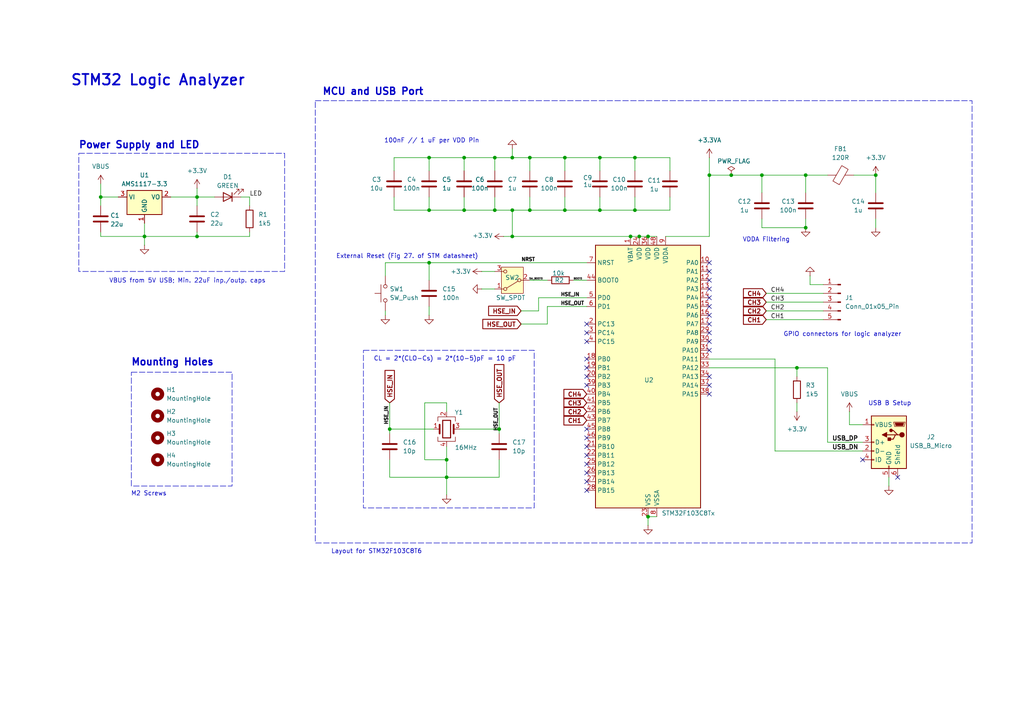
<source format=kicad_sch>
(kicad_sch (version 20231120) (generator "eeschema") (generator_version "8.0")
  (paper "A4")
  (title_block (title "Simple Logic Analyzer ") (date "2025-06-20") (rev "0.1") (company "Giacomo Rinaldi ") (comment 1 "More info can be found in the STM_Logic_Analyzer Github repo") (comment 2 "Designed to be interfaced with a Python GUI") (comment 3 "STM32-based logic analyzer for I2C, SPI, or UART"))
  (lib_symbols
    (symbol "Connector:Conn_01x05_Pin" (pin_names (offset 1.016) hide)
      (property "Reference" "J" (at 0 7.62 0))
      (property "Value" "Conn_01x05_Pin" (at 0 -7.62 0))
      (symbol "Conn_01x05_Pin_1_1"
        (polyline (pts (xy 1.27 -5.08) (xy 0.8636 -5.08)) (stroke (width 0.1524)))
        (polyline (pts (xy 1.27 -2.54) (xy 0.8636 -2.54)) (stroke (width 0.1524)))
        (polyline (pts (xy 1.27 0) (xy 0.8636 0)) (stroke (width 0.1524)))
        (polyline (pts (xy 1.27 2.54) (xy 0.8636 2.54)) (stroke (width 0.1524)))
        (polyline (pts (xy 1.27 5.08) (xy 0.8636 5.08)) (stroke (width 0.1524)))
        (rectangle (start 0.8636 -4.953) (end 0 -5.207) (stroke (width 0.1524)) (fill (type outline)))
        (rectangle (start 0.8636 -2.413) (end 0 -2.667) (stroke (width 0.1524)) (fill (type outline)))
        (rectangle (start 0.8636 0.127) (end 0 -0.127) (stroke (width 0.1524)) (fill (type outline)))
        (rectangle (start 0.8636 2.667) (end 0 2.413) (stroke (width 0.1524)) (fill (type outline)))
        (rectangle (start 0.8636 5.207) (end 0 4.953) (stroke (width 0.1524)) (fill (type outline)))
        (pin passive line (at 5.08 5.08 180) (length 3.81) (name "Pin_1") (number "1"))
        (pin passive line (at 5.08 2.54 180) (length 3.81) (name "Pin_2") (number "2"))
        (pin passive line (at 5.08 0 180) (length 3.81) (name "Pin_3") (number "3"))
        (pin passive line (at 5.08 -2.54 180) (length 3.81) (name "Pin_4") (number "4"))
        (pin passive line (at 5.08 -5.08 180) (length 3.81) (name "Pin_5") (number "5"))
      )
    )
    (symbol "Connector:USB_B_Micro" (pin_names (offset 1.016))
      (property "Reference" "J" (at -5.08 11.43 0))
      (property "Value" "USB_B_Micro" (at -5.08 8.89 0))
      (symbol "USB_B_Micro_0_1"
        (rectangle (start -5.08 -7.62) (end 5.08 7.62) (stroke (width 0.254)) (fill (type background)))
        (circle (center -3.81 2.159) (radius 0.635) (stroke (width 0.254)) (fill (type outline)))
        (circle (center -0.635 3.429) (radius 0.381) (stroke (width 0.254)) (fill (type outline)))
        (rectangle (start -0.127 -7.62) (end 0.127 -6.858))
        (polyline (pts (xy -1.905 2.159) (xy 0.635 2.159)) (stroke (width 0.254)))
        (polyline (pts (xy -3.175 2.159) (xy -2.54 2.159) (xy -1.27 3.429) (xy -0.635 3.429)) (stroke (width 0.254)))
        (polyline (pts (xy -2.54 2.159) (xy -1.905 2.159) (xy -1.27 0.889) (xy 0 0.889)) (stroke (width 0.254)))
        (polyline (pts (xy 0.635 2.794) (xy 0.635 1.524) (xy 1.905 2.159) (xy 0.635 2.794)) (stroke (width 0.254)) (fill (type outline)))
        (polyline (pts (xy -4.318 5.588) (xy -1.778 5.588) (xy -2.032 4.826) (xy -4.064 4.826) (xy -4.318 5.588)) (fill (type outline)))
        (polyline (pts (xy -4.699 5.842) (xy -4.699 5.588) (xy -4.445 4.826) (xy -4.445 4.572) (xy -1.651 4.572) (xy -1.651 4.826) (xy -1.397 5.588) (xy -1.397 5.842) (xy -4.699 5.842)))
        (rectangle (start 0.254 1.27) (end -0.508 0.508) (stroke (width 0.254)) (fill (type outline)))
        (rectangle (start 5.08 -5.207) (end 4.318 -4.953))
        (rectangle (start 5.08 -2.667) (end 4.318 -2.413))
        (rectangle (start 5.08 -0.127) (end 4.318 0.127))
        (rectangle (start 5.08 4.953) (end 4.318 5.207))
      )
      (symbol "USB_B_Micro_1_1"
        (pin power_out line (at 7.62 5.08 180) (length 2.54) (name "VBUS") (number "1"))
        (pin bidirectional line (at 7.62 -2.54 180) (length 2.54) (name "D-") (number "2"))
        (pin bidirectional line (at 7.62 0 180) (length 2.54) (name "D+") (number "3"))
        (pin passive line (at 7.62 -5.08 180) (length 2.54) (name "ID") (number "4"))
        (pin power_out line (at 0 -10.16 90) (length 2.54) (name "GND") (number "5"))
        (pin passive line (at -2.54 -10.16 90) (length 2.54) (name "Shield") (number "6"))
      )
    )
    (symbol "Device:C" (pin_numbers hide) (pin_names (offset 0.254))
      (property "Reference" "C" (at 0.635 2.54 0))
      (property "Value" "C" (at 0.635 -2.54 0))
      (symbol "C_0_1"
        (polyline (pts (xy -2.032 -0.762) (xy 2.032 -0.762)) (stroke (width 0.508)))
        (polyline (pts (xy -2.032 0.762) (xy 2.032 0.762)) (stroke (width 0.508)))
      )
      (symbol "C_1_1"
        (pin passive line (at 0 3.81 270) (length 2.794) (name "~") (number "1"))
        (pin passive line (at 0 -3.81 90) (length 2.794) (name "~") (number "2"))
      )
    )
    (symbol "Device:Crystal_GND24" (pin_names (offset 1.016) hide)
      (property "Reference" "Y" (at 3.175 5.08 0))
      (property "Value" "Crystal_GND24" (at 3.175 3.175 0))
      (symbol "Crystal_GND24_0_1"
        (rectangle (start -1.143 2.54) (end 1.143 -2.54) (stroke (width 0.3048)))
        (polyline (pts (xy -2.54 0) (xy -2.032 0)))
        (polyline (pts (xy -2.032 -1.27) (xy -2.032 1.27)) (stroke (width 0.508)))
        (polyline (pts (xy 0 -3.81) (xy 0 -3.556)))
        (polyline (pts (xy 0 3.556) (xy 0 3.81)))
        (polyline (pts (xy 2.032 -1.27) (xy 2.032 1.27)) (stroke (width 0.508)))
        (polyline (pts (xy 2.032 0) (xy 2.54 0)))
        (polyline (pts (xy -2.54 -2.286) (xy -2.54 -3.556) (xy 2.54 -3.556) (xy 2.54 -2.286)))
        (polyline (pts (xy -2.54 2.286) (xy -2.54 3.556) (xy 2.54 3.556) (xy 2.54 2.286)))
      )
      (symbol "Crystal_GND24_1_1"
        (pin passive line (at -3.81 0 0) (length 1.27) (name "1") (number "1"))
        (pin passive line (at 0 5.08 270) (length 1.27) (name "2") (number "2"))
        (pin passive line (at 3.81 0 180) (length 1.27) (name "3") (number "3"))
        (pin passive line (at 0 -5.08 90) (length 1.27) (name "4") (number "4"))
      )
    )
    (symbol "Device:FerriteBead" (pin_numbers hide) (pin_names (offset 0))
      (property "Reference" "FB" (at -3.81 0.635 90))
      (property "Value" "FerriteBead" (at 3.81 0 90))
      (symbol "FerriteBead_0_1"
        (polyline (pts (xy 0 -1.27) (xy 0 -1.2192)))
        (polyline (pts (xy 0 1.27) (xy 0 1.2954)))
        (polyline (pts (xy -2.7686 0.4064) (xy -1.7018 2.2606) (xy 2.7686 -0.3048) (xy 1.6764 -2.159) (xy -2.7686 0.4064)))
      )
      (symbol "FerriteBead_1_1"
        (pin passive line (at 0 3.81 270) (length 2.54) (name "~") (number "1"))
        (pin passive line (at 0 -3.81 90) (length 2.54) (name "~") (number "2"))
      )
    )
    (symbol "Device:LED" (pin_numbers hide) (pin_names (offset 1.016) hide)
      (property "Reference" "D" (at 0 2.54 0))
      (property "Value" "LED" (at 0 -2.54 0))
      (symbol "LED_0_1"
        (polyline (pts (xy -1.27 -1.27) (xy -1.27 1.27)) (stroke (width 0.254)))
        (polyline (pts (xy -1.27 0) (xy 1.27 0)))
        (polyline (pts (xy 1.27 -1.27) (xy 1.27 1.27) (xy -1.27 0) (xy 1.27 -1.27)) (stroke (width 0.254)))
        (polyline (pts (xy -3.048 -0.762) (xy -4.572 -2.286) (xy -3.81 -2.286) (xy -4.572 -2.286) (xy -4.572 -1.524)))
        (polyline (pts (xy -1.778 -0.762) (xy -3.302 -2.286) (xy -2.54 -2.286) (xy -3.302 -2.286) (xy -3.302 -1.524)))
      )
      (symbol "LED_1_1"
        (pin passive line (at -3.81 0 0) (length 2.54) (name "K") (number "1"))
        (pin passive line (at 3.81 0 180) (length 2.54) (name "A") (number "2"))
      )
    )
    (symbol "Device:R" (pin_numbers hide) (pin_names (offset 0))
      (property "Reference" "R" (at 2.032 0 90))
      (property "Value" "R" (at 0 0 90))
      (symbol "R_0_1"
        (rectangle (start -1.016 -2.54) (end 1.016 2.54) (stroke (width 0.254)))
      )
      (symbol "R_1_1"
        (pin passive line (at 0 3.81 270) (length 1.27) (name "~") (number "1"))
        (pin passive line (at 0 -3.81 90) (length 1.27) (name "~") (number "2"))
      )
    )
    (symbol "MCU_ST_STM32F1:STM32F103C8Tx"
      (property "Reference" "U" (at -15.24 39.37 0))
      (property "Value" "STM32F103C8Tx" (at 7.62 39.37 0))
      (symbol "STM32F103C8Tx_0_1"
        (rectangle (start -15.24 -38.1) (end 15.24 38.1) (stroke (width 0.254)) (fill (type background)))
      )
      (symbol "STM32F103C8Tx_1_1"
        (pin power_in line (at -5.08 40.64 270) (length 2.54) (name "VBAT") (number "1"))
        (pin bidirectional line (at 17.78 33.02 180) (length 2.54) (name "PA0") (number "10"))
        (pin bidirectional line (at 17.78 30.48 180) (length 2.54) (name "PA1") (number "11"))
        (pin bidirectional line (at 17.78 27.94 180) (length 2.54) (name "PA2") (number "12"))
        (pin bidirectional line (at 17.78 25.4 180) (length 2.54) (name "PA3") (number "13"))
        (pin bidirectional line (at 17.78 22.86 180) (length 2.54) (name "PA4") (number "14"))
        (pin bidirectional line (at 17.78 20.32 180) (length 2.54) (name "PA5") (number "15"))
        (pin bidirectional line (at 17.78 17.78 180) (length 2.54) (name "PA6") (number "16"))
        (pin bidirectional line (at 17.78 15.24 180) (length 2.54) (name "PA7") (number "17"))
        (pin bidirectional line (at -17.78 5.08 0) (length 2.54) (name "PB0") (number "18"))
        (pin bidirectional line (at -17.78 2.54 0) (length 2.54) (name "PB1") (number "19"))
        (pin bidirectional line (at -17.78 15.24 0) (length 2.54) (name "PC13") (number "2"))
        (pin bidirectional line (at -17.78 0 0) (length 2.54) (name "PB2") (number "20"))
        (pin bidirectional line (at -17.78 -20.32 0) (length 2.54) (name "PB10") (number "21"))
        (pin bidirectional line (at -17.78 -22.86 0) (length 2.54) (name "PB11") (number "22"))
        (pin power_in line (at 0 -40.64 90) (length 2.54) (name "VSS") (number "23"))
        (pin power_in line (at -2.54 40.64 270) (length 2.54) (name "VDD") (number "24"))
        (pin bidirectional line (at -17.78 -25.4 0) (length 2.54) (name "PB12") (number "25"))
        (pin bidirectional line (at -17.78 -27.94 0) (length 2.54) (name "PB13") (number "26"))
        (pin bidirectional line (at -17.78 -30.48 0) (length 2.54) (name "PB14") (number "27"))
        (pin bidirectional line (at -17.78 -33.02 0) (length 2.54) (name "PB15") (number "28"))
        (pin bidirectional line (at 17.78 12.7 180) (length 2.54) (name "PA8") (number "29"))
        (pin bidirectional line (at -17.78 12.7 0) (length 2.54) (name "PC14") (number "3"))
        (pin bidirectional line (at 17.78 10.16 180) (length 2.54) (name "PA9") (number "30"))
        (pin bidirectional line (at 17.78 7.62 180) (length 2.54) (name "PA10") (number "31"))
        (pin bidirectional line (at 17.78 5.08 180) (length 2.54) (name "PA11") (number "32"))
        (pin bidirectional line (at 17.78 2.54 180) (length 2.54) (name "PA12") (number "33"))
        (pin bidirectional line (at 17.78 0 180) (length 2.54) (name "PA13") (number "34"))
        (pin passive line (at 0 -40.64 90) (length 2.54) hide (name "VSS") (number "35"))
        (pin power_in line (at 0 40.64 270) (length 2.54) (name "VDD") (number "36"))
        (pin bidirectional line (at 17.78 -2.54 180) (length 2.54) (name "PA14") (number "37"))
        (pin bidirectional line (at 17.78 -5.08 180) (length 2.54) (name "PA15") (number "38"))
        (pin bidirectional line (at -17.78 -2.54 0) (length 2.54) (name "PB3") (number "39"))
        (pin bidirectional line (at -17.78 10.16 0) (length 2.54) (name "PC15") (number "4"))
        (pin bidirectional line (at -17.78 -5.08 0) (length 2.54) (name "PB4") (number "40"))
        (pin bidirectional line (at -17.78 -7.62 0) (length 2.54) (name "PB5") (number "41"))
        (pin bidirectional line (at -17.78 -10.16 0) (length 2.54) (name "PB6") (number "42"))
        (pin bidirectional line (at -17.78 -12.7 0) (length 2.54) (name "PB7") (number "43"))
        (pin input line (at -17.78 27.94 0) (length 2.54) (name "BOOT0") (number "44"))
        (pin bidirectional line (at -17.78 -15.24 0) (length 2.54) (name "PB8") (number "45"))
        (pin bidirectional line (at -17.78 -17.78 0) (length 2.54) (name "PB9") (number "46"))
        (pin passive line (at 0 -40.64 90) (length 2.54) hide (name "VSS") (number "47"))
        (pin power_in line (at 2.54 40.64 270) (length 2.54) (name "VDD") (number "48"))
        (pin bidirectional line (at -17.78 22.86 0) (length 2.54) (name "PD0") (number "5"))
        (pin bidirectional line (at -17.78 20.32 0) (length 2.54) (name "PD1") (number "6"))
        (pin input line (at -17.78 33.02 0) (length 2.54) (name "NRST") (number "7"))
        (pin power_in line (at 2.54 -40.64 90) (length 2.54) (name "VSSA") (number "8"))
        (pin power_in line (at 5.08 40.64 270) (length 2.54) (name "VDDA") (number "9"))
      )
    )
    (symbol "Mechanical:MountingHole" (pin_names (offset 1.016)) (exclude_from_sim yes) (in_bom no)
      (property "Reference" "H" (at 0 5.08 0))
      (property "Value" "MountingHole" (at 0 3.175 0))
      (symbol "MountingHole_0_1"
        (circle (center 0 0) (radius 1.27) (stroke (width 1.27)))
      )
    )
    (symbol "Regulator_Linear:AMS1117-3.3"
      (property "Reference" "U" (at -3.81 3.175 0))
      (property "Value" "AMS1117-3.3" (at 0 3.175 0))
      (symbol "AMS1117-3.3_0_1"
        (rectangle (start -5.08 -5.08) (end 5.08 1.905) (stroke (width 0.254)) (fill (type background)))
      )
      (symbol "AMS1117-3.3_1_1"
        (pin power_in line (at 0 -7.62 90) (length 2.54) (name "GND") (number "1"))
        (pin power_out line (at 7.62 0 180) (length 2.54) (name "VO") (number "2"))
        (pin power_in line (at -7.62 0 0) (length 2.54) (name "VI") (number "3"))
      )
    )
    (symbol "Switch:SW_Push" (pin_numbers hide) (pin_names (offset 1.016) hide)
      (property "Reference" "SW" (at 1.27 2.54 0))
      (property "Value" "SW_Push" (at 0 -1.524 0))
      (symbol "SW_Push_0_1"
        (circle (center -2.032 0) (radius 0.508))
        (polyline (pts (xy 0 1.27) (xy 0 3.048)))
        (polyline (pts (xy 2.54 1.27) (xy -2.54 1.27)))
        (circle (center 2.032 0) (radius 0.508))
        (pin passive line (at -5.08 0 0) (length 2.54) (name "1") (number "1"))
        (pin passive line (at 5.08 0 180) (length 2.54) (name "2") (number "2"))
      )
    )
    (symbol "Switch:SW_SPDT" (pin_names (offset 0) hide)
      (property "Reference" "SW" (at 0 5.08 0))
      (property "Value" "SW_SPDT" (at 0 -5.08 0))
      (symbol "SW_SPDT_0_1"
        (circle (center -2.032 0) (radius 0.4572))
        (polyline (pts (xy -1.651 0.254) (xy 1.651 2.286)))
        (circle (center 2.032 -2.54) (radius 0.4572))
        (circle (center 2.032 2.54) (radius 0.4572))
      )
      (symbol "SW_SPDT_1_1"
        (rectangle (start -3.175 3.81) (end 3.175 -3.81) (fill (type background)))
        (pin passive line (at 5.08 2.54 180) (length 2.54) (name "A") (number "1"))
        (pin passive line (at -5.08 0 0) (length 2.54) (name "B") (number "2"))
        (pin passive line (at 5.08 -2.54 180) (length 2.54) (name "C") (number "3"))
      )
    )
    (symbol "power:+3.3V" (power) (pin_numbers hide) (pin_names (offset 0) hide)
      (property "Value" "+3.3V" (at 0 3.556 0))
      (symbol "+3.3V_0_1"
        (polyline (pts (xy -0.762 1.27) (xy 0 2.54)))
        (polyline (pts (xy 0 0) (xy 0 2.54)))
        (polyline (pts (xy 0 2.54) (xy 0.762 1.27)))
      )
      (symbol "+3.3V_1_1"
        (pin power_in line (at 0 0 90) (length 0) (name "~") (number "1"))
      )
    )
    (symbol "power:+3.3VA" (power) (pin_numbers hide) (pin_names (offset 0) hide)
      (property "Value" "+3.3VA" (at 0 3.556 0))
      (symbol "+3.3VA_0_1"
        (polyline (pts (xy -0.762 1.27) (xy 0 2.54)))
        (polyline (pts (xy 0 0) (xy 0 2.54)))
        (polyline (pts (xy 0 2.54) (xy 0.762 1.27)))
      )
      (symbol "+3.3VA_1_1"
        (pin power_in line (at 0 0 90) (length 0) (name "~") (number "1"))
      )
    )
    (symbol "power:GND" (power) (pin_numbers hide) (pin_names (offset 0) hide)
      (property "Value" "GND" (at 0 -3.81 0))
      (symbol "GND_0_1"
        (polyline (pts (xy 0 0) (xy 0 -1.27) (xy 1.27 -1.27) (xy 0 -2.54) (xy -1.27 -1.27) (xy 0 -1.27)))
      )
      (symbol "GND_1_1"
        (pin power_in line (at 0 0 270) (length 0) (name "~") (number "1"))
      )
    )
    (symbol "power:PWR_FLAG" (power) (pin_numbers hide) (pin_names (offset 0) hide)
      (property "Value" "PWR_FLAG" (at 0 3.81 0))
      (symbol "PWR_FLAG_0_0"
        (pin power_out line (at 0 0 90) (length 0) (name "~") (number "1"))
      )
      (symbol "PWR_FLAG_0_1"
        (polyline (pts (xy 0 0) (xy 0 1.27) (xy -1.016 1.905) (xy 0 2.54) (xy 1.016 1.905) (xy 0 1.27)))
      )
    )
    (symbol "power:VBUS" (power) (pin_numbers hide) (pin_names (offset 0) hide)
      (property "Value" "VBUS" (at 0 3.556 0))
      (symbol "VBUS_0_1"
        (polyline (pts (xy -0.762 1.27) (xy 0 2.54)))
        (polyline (pts (xy 0 0) (xy 0 2.54)))
        (polyline (pts (xy 0 2.54) (xy 0.762 1.27)))
      )
      (symbol "VBUS_1_1"
        (pin power_in line (at 0 0 90) (length 0) (name "~") (number "1"))
      )
    )
  )
  (junction (at 233.68 66.04))
  (junction (at 148.59 60.96))
  (junction (at 124.46 45.72))
  (junction (at 163.83 60.96))
  (junction (at 187.96 149.86))
  (junction (at 134.62 60.96))
  (junction (at 124.46 60.96))
  (junction (at 212.09 50.8))
  (junction (at 163.83 45.72))
  (junction (at 124.46 76.2))
  (junction (at 143.51 60.96))
  (junction (at 129.54 133.35))
  (junction (at 254 50.8))
  (junction (at 231.14 106.68))
  (junction (at 29.21 57.15))
  (junction (at 153.67 45.72))
  (junction (at 205.74 50.8))
  (junction (at 41.91 68.58))
  (junction (at 182.88 68.58))
  (junction (at 233.68 50.8))
  (junction (at 153.67 60.96))
  (junction (at 173.99 45.72))
  (junction (at 129.54 138.43))
  (junction (at 184.15 45.72))
  (junction (at 143.51 45.72))
  (junction (at 187.96 68.58))
  (junction (at 57.15 57.15))
  (junction (at 185.42 68.58))
  (junction (at 134.62 45.72))
  (junction (at 148.59 68.58))
  (junction (at 184.15 60.96))
  (junction (at 144.78 124.46))
  (junction (at 57.15 68.58))
  (junction (at 173.99 60.96))
  (junction (at 220.98 50.8))
  (junction (at 113.03 124.46))
  (junction (at 148.59 45.72))
  (no_connect (at 170.18 124.46))
  (no_connect (at 205.74 76.2))
  (no_connect (at 170.18 132.08))
  (no_connect (at 205.74 78.74))
  (no_connect (at 205.74 81.28))
  (no_connect (at 205.74 109.22))
  (no_connect (at 170.18 109.22))
  (no_connect (at 170.18 96.52))
  (no_connect (at 205.74 111.76))
  (no_connect (at 205.74 96.52))
  (no_connect (at 170.18 111.76))
  (no_connect (at 170.18 134.62))
  (no_connect (at 170.18 139.7))
  (no_connect (at 170.18 106.68))
  (no_connect (at 205.74 88.9))
  (no_connect (at 170.18 104.14))
  (no_connect (at 205.74 93.98))
  (no_connect (at 170.18 99.06))
  (no_connect (at 205.74 86.36))
  (no_connect (at 170.18 93.98))
  (no_connect (at 260.35 138.43))
  (no_connect (at 170.18 142.24))
  (no_connect (at 170.18 137.16))
  (no_connect (at 205.74 114.3))
  (no_connect (at 205.74 91.44))
  (no_connect (at 170.18 127))
  (no_connect (at 205.74 83.82))
  (no_connect (at 205.74 101.6))
  (no_connect (at 205.74 99.06))
  (no_connect (at 170.18 129.54))
  (no_connect (at 250.19 133.35))
  (wire (pts (xy 205.74 50.8) (xy 205.74 68.58)))
  (wire (pts (xy 143.51 83.82) (xy 139.7 83.82)))
  (wire (pts (xy 153.67 49.53) (xy 153.67 45.72)))
  (wire (pts (xy 72.39 67.31) (xy 72.39 68.58)))
  (wire (pts (xy 29.21 68.58) (xy 41.91 68.58)))
  (wire (pts (xy 220.98 50.8) (xy 220.98 55.88)))
  (wire (pts (xy 124.46 76.2) (xy 124.46 81.28)))
  (wire (pts (xy 224.79 104.14) (xy 224.79 130.81)))
  (wire (pts (xy 139.7 78.74) (xy 143.51 78.74)))
  (wire (pts (xy 182.88 68.58) (xy 185.42 68.58)))
  (wire (pts (xy 173.99 49.53) (xy 173.99 45.72)))
  (wire (pts (xy 220.98 50.8) (xy 233.68 50.8)))
  (wire (pts (xy 144.78 138.43) (xy 129.54 138.43)))
  (wire (pts (xy 148.59 68.58) (xy 148.59 60.96)))
  (wire (pts (xy 187.96 149.86) (xy 187.96 152.4)))
  (wire (pts (xy 184.15 60.96) (xy 194.31 60.96)))
  (wire (pts (xy 114.3 60.96) (xy 124.46 60.96)))
  (wire (pts (xy 224.79 130.81) (xy 250.19 130.81)))
  (wire (pts (xy 163.83 60.96) (xy 163.83 57.15)))
  (wire (pts (xy 133.35 124.46) (xy 144.78 124.46)))
  (wire (pts (xy 29.21 67.31) (xy 29.21 68.58)))
  (wire (pts (xy 240.03 128.27) (xy 250.19 128.27)))
  (wire (pts (xy 240.03 106.68) (xy 240.03 128.27)))
  (wire (pts (xy 194.31 45.72) (xy 184.15 45.72)))
  (wire (pts (xy 153.67 81.28) (xy 158.75 81.28)))
  (wire (pts (xy 254 63.5) (xy 254 66.04)))
  (wire (pts (xy 184.15 49.53) (xy 184.15 45.72)))
  (wire (pts (xy 123.19 133.35) (xy 129.54 133.35)))
  (wire (pts (xy 113.03 133.35) (xy 113.03 138.43)))
  (wire (pts (xy 238.76 82.55) (xy 234.95 82.55)))
  (wire (pts (xy 246.38 119.38) (xy 246.38 123.19)))
  (wire (pts (xy 185.42 68.58) (xy 187.96 68.58)))
  (wire (pts (xy 124.46 76.2) (xy 111.76 76.2)))
  (wire (pts (xy 233.68 66.04) (xy 233.68 63.5)))
  (wire (pts (xy 113.03 124.46) (xy 113.03 125.73)))
  (wire (pts (xy 158.75 88.9) (xy 170.18 88.9)))
  (wire (pts (xy 222.25 90.17) (xy 238.76 90.17)))
  (wire (pts (xy 57.15 68.58) (xy 41.91 68.58)))
  (wire (pts (xy 184.15 60.96) (xy 184.15 57.15)))
  (wire (pts (xy 166.37 81.28) (xy 170.18 81.28)))
  (wire (pts (xy 153.67 60.96) (xy 163.83 60.96)))
  (wire (pts (xy 114.3 49.53) (xy 114.3 45.72)))
  (wire (pts (xy 29.21 57.15) (xy 34.29 57.15)))
  (wire (pts (xy 113.03 138.43) (xy 129.54 138.43)))
  (wire (pts (xy 187.96 68.58) (xy 190.5 68.58)))
  (wire (pts (xy 49.53 57.15) (xy 57.15 57.15)))
  (wire (pts (xy 124.46 45.72) (xy 124.46 49.53)))
  (wire (pts (xy 173.99 60.96) (xy 184.15 60.96)))
  (wire (pts (xy 146.05 68.58) (xy 148.59 68.58)))
  (wire (pts (xy 129.54 119.38) (xy 129.54 116.84)))
  (wire (pts (xy 173.99 60.96) (xy 173.99 57.15)))
  (wire (pts (xy 163.83 49.53) (xy 163.83 45.72)))
  (wire (pts (xy 129.54 133.35) (xy 129.54 129.54)))
  (wire (pts (xy 148.59 45.72) (xy 148.59 43.18)))
  (wire (pts (xy 254 50.8) (xy 254 55.88)))
  (wire (pts (xy 163.83 60.96) (xy 173.99 60.96)))
  (wire (pts (xy 205.74 45.72) (xy 205.74 50.8)))
  (wire (pts (xy 194.31 49.53) (xy 194.31 45.72)))
  (wire (pts (xy 222.25 92.71) (xy 238.76 92.71)))
  (wire (pts (xy 144.78 133.35) (xy 144.78 138.43)))
  (wire (pts (xy 233.68 50.8) (xy 233.68 55.88)))
  (wire (pts (xy 114.3 45.72) (xy 124.46 45.72)))
  (wire (pts (xy 57.15 68.58) (xy 72.39 68.58)))
  (wire (pts (xy 72.39 57.15) (xy 72.39 59.69)))
  (wire (pts (xy 111.76 76.2) (xy 111.76 80.01)))
  (wire (pts (xy 156.21 86.36) (xy 170.18 86.36)))
  (wire (pts (xy 220.98 63.5) (xy 220.98 66.04)))
  (wire (pts (xy 57.15 57.15) (xy 62.23 57.15)))
  (wire (pts (xy 143.51 60.96) (xy 148.59 60.96)))
  (wire (pts (xy 158.75 88.9) (xy 158.75 93.98)))
  (wire (pts (xy 156.21 90.17) (xy 151.13 90.17)))
  (wire (pts (xy 257.81 138.43) (xy 257.81 140.97)))
  (wire (pts (xy 231.14 116.84) (xy 231.14 119.38)))
  (wire (pts (xy 233.68 50.8) (xy 240.03 50.8)))
  (wire (pts (xy 222.25 85.09) (xy 238.76 85.09)))
  (wire (pts (xy 57.15 54.61) (xy 57.15 57.15)))
  (wire (pts (xy 148.59 60.96) (xy 153.67 60.96)))
  (wire (pts (xy 220.98 66.04) (xy 233.68 66.04)))
  (wire (pts (xy 57.15 57.15) (xy 57.15 59.69)))
  (wire (pts (xy 134.62 45.72) (xy 124.46 45.72)))
  (wire (pts (xy 123.19 116.84) (xy 123.19 133.35)))
  (wire (pts (xy 41.91 68.58) (xy 41.91 71.12)))
  (wire (pts (xy 184.15 45.72) (xy 173.99 45.72)))
  (wire (pts (xy 113.03 116.84) (xy 113.03 124.46)))
  (wire (pts (xy 29.21 53.34) (xy 29.21 57.15)))
  (wire (pts (xy 220.98 50.8) (xy 212.09 50.8)))
  (wire (pts (xy 153.67 45.72) (xy 148.59 45.72)))
  (wire (pts (xy 111.76 90.17) (xy 111.76 91.44)))
  (wire (pts (xy 41.91 64.77) (xy 41.91 68.58)))
  (wire (pts (xy 134.62 49.53) (xy 134.62 45.72)))
  (wire (pts (xy 69.85 57.15) (xy 72.39 57.15)))
  (wire (pts (xy 250.19 123.19) (xy 246.38 123.19)))
  (wire (pts (xy 129.54 138.43) (xy 129.54 143.51)))
  (wire (pts (xy 173.99 45.72) (xy 163.83 45.72)))
  (wire (pts (xy 205.74 104.14) (xy 224.79 104.14)))
  (wire (pts (xy 143.51 60.96) (xy 143.51 57.15)))
  (wire (pts (xy 187.96 149.86) (xy 190.5 149.86)))
  (wire (pts (xy 156.21 86.36) (xy 156.21 90.17)))
  (wire (pts (xy 124.46 76.2) (xy 170.18 76.2)))
  (wire (pts (xy 158.75 93.98) (xy 151.13 93.98)))
  (wire (pts (xy 148.59 68.58) (xy 182.88 68.58)))
  (wire (pts (xy 129.54 116.84) (xy 123.19 116.84)))
  (wire (pts (xy 124.46 60.96) (xy 134.62 60.96)))
  (wire (pts (xy 114.3 57.15) (xy 114.3 60.96)))
  (wire (pts (xy 234.95 82.55) (xy 234.95 80.01)))
  (wire (pts (xy 148.59 45.72) (xy 143.51 45.72)))
  (wire (pts (xy 124.46 57.15) (xy 124.46 60.96)))
  (wire (pts (xy 247.65 50.8) (xy 254 50.8)))
  (wire (pts (xy 194.31 60.96) (xy 194.31 57.15)))
  (wire (pts (xy 193.04 68.58) (xy 205.74 68.58)))
  (wire (pts (xy 124.46 88.9) (xy 124.46 91.44)))
  (wire (pts (xy 163.83 45.72) (xy 153.67 45.72)))
  (wire (pts (xy 144.78 116.84) (xy 144.78 124.46)))
  (wire (pts (xy 222.25 87.63) (xy 238.76 87.63)))
  (wire (pts (xy 231.14 106.68) (xy 240.03 106.68)))
  (wire (pts (xy 57.15 67.31) (xy 57.15 68.58)))
  (wire (pts (xy 153.67 60.96) (xy 153.67 57.15)))
  (wire (pts (xy 134.62 60.96) (xy 143.51 60.96)))
  (wire (pts (xy 134.62 60.96) (xy 134.62 57.15)))
  (wire (pts (xy 143.51 49.53) (xy 143.51 45.72)))
  (wire (pts (xy 205.74 106.68) (xy 231.14 106.68)))
  (wire (pts (xy 231.14 106.68) (xy 231.14 109.22)))
  (wire (pts (xy 29.21 57.15) (xy 29.21 59.69)))
  (wire (pts (xy 129.54 133.35) (xy 129.54 138.43)))
  (wire (pts (xy 144.78 124.46) (xy 144.78 125.73)))
  (wire (pts (xy 143.51 45.72) (xy 134.62 45.72)))
  (wire (pts (xy 125.73 124.46) (xy 113.03 124.46)))
  (wire (pts (xy 212.09 50.8) (xy 205.74 50.8)))
  (rectangle (start 91.44 29.21) (end 281.94 157.48) (stroke (width 0) (type dash)))
  (rectangle (start 38.1 107.95) (end 67.31 140.97) (stroke (width 0) (type dash)))
  (rectangle (start 22.86 44.45) (end 82.55 78.74) (stroke (width 0) (type dash)))
  (rectangle (start 105.41 101.6) (end 154.94 147.32) (stroke (width 0) (type dash)))
  (text "VBUS from 5V USB; Min. 22uF inp./outp. caps" (at 54.356 81.534 0) (effects (font (size 1.27 1.27))))
  (text "100nF // 1 uF per VDD Pin" (at 125.222 40.894 0) (effects (font (size 1.27 1.27) (thickness 0.1588))))
  (text "USB B Setup" (at 258.064 117.094 0) (effects (font (size 1.27 1.27) (thickness 0.1588))))
  (text "External Reset (Fig 27. of STM datasheet)" (at 118.11 74.422 0) (effects (font (size 1.27 1.27) (thickness 0.1588))))
  (text "M2 Screws" (at 43.18 143.256 0) (effects (font (size 1.27 1.27) (thickness 0.1588))))
  (text "Power Supply and LED " (at 41.148 42.164 0) (effects (font (size 2.032 2.032) (thickness 0.4064) (bold yes))))
  (text "CL = 2*(CLO-Cs) = 2*(10-5)pF = 10 pF" (at 129.032 104.14 0) (effects (font (size 1.27 1.27) (thickness 0.1588))))
  (text "Layout for STM32F103C8T6" (at 109.22 160.02 0) (effects (font (size 1.27 1.27) (thickness 0.1588))))
  (text "VDDA Filtering" (at 222.25 69.596 0) (effects (font (size 1.27 1.27) (thickness 0.1588))))
  (text "Mounting Holes" (at 50.038 105.156 0) (effects (font (size 2.032 2.032) (thickness 0.4064) (bold yes))))
  (text "GPIO connectors for logic analyzer" (at 244.348 97.028 0) (effects (font (size 1.27 1.27) (thickness 0.1588))))
  (text "MCU and USB Port " (at 108.966 26.67 0) (effects (font (size 2.032 2.032) (thickness 0.4064) (bold yes))))
  (text "STM32 Logic Analyzer " (at 46.99 23.368 0) (effects (font (size 3.048 3.048) (thickness 0.508) (bold yes))))
  (label "CH2" (at 223.52 90.17 0))
  (label "CH1" (at 223.52 92.71 0))
  (label "CH3" (at 223.52 87.63 0))
  (label "SW_BOOT0" (at 157.48 81.28 180) (effects (font (size 0.508 0.508) (thickness 0.254) (bold yes))))
  (label "BOOT0" (at 168.91 81.28 180) (effects (font (size 0.508 0.508) (thickness 0.254) (bold yes))))
  (label "HSE_OUT" (at 162.56 88.9 0) (effects (font (size 1.016 1.016) (thickness 0.254) (bold yes))))
  (label "HSE_IN" (at 162.56 86.36 0) (effects (font (size 1.016 1.016) (thickness 0.254) (bold yes))))
  (label "USB_DN" (at 241.3 130.81 0) (effects (font (thickness 0.254) (bold yes))))
  (label "CH4" (at 223.52 85.09 0))
  (label "LED" (at 72.39 57.15 0))
  (label "NRST" (at 151.13 76.2 0) (effects (font (size 1.016 1.016) (thickness 0.254) (bold yes))))
  (label "USB_DP" (at 241.3 128.27 0) (effects (font (thickness 0.254) (bold yes))))
  (label "HSE_IN" (at 113.03 123.19 90) (effects (font (size 1.016 1.016) (thickness 0.254) (bold yes))))
  (label "HSE_OUT" (at 144.78 118.11 270) (effects (font (size 1.016 1.016) (thickness 0.254) (bold yes))))
  (global_label "CH4" (shape input) (at 170.18 114.3 180) (effects (font (thickness 0.254) (bold yes))) (property "Intersheetrefs" "${INTERSHEET_REFS}" (effects (hide yes))))
  (global_label "CH4" (shape input) (at 222.25 85.09 180) (effects (font (thickness 0.254) (bold yes))) (property "Intersheetrefs" "${INTERSHEET_REFS}" (effects (hide yes))))
  (global_label "CH1" (shape input) (at 170.18 121.92 180) (effects (font (thickness 0.254) (bold yes))) (property "Intersheetrefs" "${INTERSHEET_REFS}" (effects (hide yes))))
  (global_label "CH2" (shape input) (at 222.25 90.17 180) (effects (font (thickness 0.254) (bold yes))) (property "Intersheetrefs" "${INTERSHEET_REFS}" (effects (hide yes))))
  (global_label "CH1" (shape input) (at 222.25 92.71 180) (effects (font (thickness 0.254) (bold yes))) (property "Intersheetrefs" "${INTERSHEET_REFS}" (effects (hide yes))))
  (global_label "HSE_OUT" (shape input) (at 151.13 93.98 180) (effects (font (thickness 0.254) (bold yes))) (property "Intersheetrefs" "${INTERSHEET_REFS}" (effects (hide yes))))
  (global_label "HSE_IN" (shape input) (at 113.03 116.84 90) (effects (font (thickness 0.254) (bold yes))) (property "Intersheetrefs" "${INTERSHEET_REFS}" (effects (hide yes))))
  (global_label "HSE_IN" (shape input) (at 151.13 90.17 180) (effects (font (thickness 0.254) (bold yes))) (property "Intersheetrefs" "${INTERSHEET_REFS}" (effects (hide yes))))
  (global_label "CH3" (shape input) (at 170.18 116.84 180) (effects (font (thickness 0.254) (bold yes))) (property "Intersheetrefs" "${INTERSHEET_REFS}" (effects (hide yes))))
  (global_label "CH2" (shape input) (at 170.18 119.38 180) (effects (font (thickness 0.254) (bold yes))) (property "Intersheetrefs" "${INTERSHEET_REFS}" (effects (hide yes))))
  (global_label "CH3" (shape input) (at 222.25 87.63 180) (effects (font (thickness 0.254) (bold yes))) (property "Intersheetrefs" "${INTERSHEET_REFS}" (effects (hide yes))))
  (global_label "HSE_OUT" (shape input) (at 144.78 116.84 90) (effects (font (thickness 0.254) (bold yes))) (property "Intersheetrefs" "${INTERSHEET_REFS}" (effects (hide yes))))
  (symbol (lib_id "power:PWR_FLAG") (at 212.09 50.8 0) (unit 1)
    (property "Reference" "#FLG01" (effects (hide yes)))
    (property "Value" "PWR_FLAG" (at 212.852 46.736 0))
    (property "Description" "Special symbol for telling ERC where power comes from" (effects (hide yes)))
  )
  (symbol (lib_id "power:GND") (at 187.96 152.4 0) (unit 1)
    (property "Reference" "#PWR09" (effects (hide yes)))
    (property "Value" "GND" (effects (hide yes)))
    (property "Description" "Power symbol creates a global label with name \"GND\" , ground" (effects (hide yes)))
  )
  (symbol (lib_id "Device:C") (at 134.62 53.34 180) (unit 1)
    (property "Reference" "C5" (at 129.54 52.07 0))
    (property "Value" "1u" (at 129.54 54.61 0))
    (property "Footprint" "Capacitor_SMD:C_0402_1005Metric" (effects (hide yes)))
    (property "Description" "Unpolarized capacitor" (effects (hide yes)))
  )
  (symbol (lib_id "Device:C") (at 220.98 59.69 180) (unit 1)
    (property "Reference" "C12" (at 215.9 58.42 0))
    (property "Value" "1u" (at 215.9 60.96 0))
    (property "Footprint" "Capacitor_SMD:C_0402_1005Metric" (effects (hide yes)))
    (property "Description" "Unpolarized capacitor" (effects (hide yes)))
  )
  (symbol (lib_id "power:GND") (at 139.7 83.82 270) (unit 1)
    (property "Reference" "#PWR07" (effects (hide yes)))
    (property "Value" "GND" (effects (hide yes)))
    (property "Description" "Power symbol creates a global label with name \"GND\" , ground" (effects (hide yes)))
  )
  (symbol (lib_id "Device:C") (at 124.46 85.09 0) (unit 1)
    (property "Reference" "C15" (at 128.27 83.8199 0) (effects (justify left)))
    (property "Value" "100n" (at 128.27 86.3599 0) (effects (justify left)))
    (property "Footprint" "Capacitor_SMD:C_0402_1005Metric" (effects (hide yes)))
    (property "Description" "Unpolarized capacitor" (effects (hide yes)))
  )
  (symbol (lib_id "power:+3.3V") (at 146.05 68.58 90) (unit 1)
    (property "Reference" "#PWR01" (effects (hide yes)))
    (property "Value" "+3.3V" (at 139.954 68.326 90))
    (property "Description" "Power symbol creates a global label with name \"+3.3V\"" (effects (hide yes)))
  )
  (symbol (lib_id "power:GND") (at 148.59 43.18 180) (unit 1)
    (property "Reference" "#PWR02" (effects (hide yes)))
    (property "Value" "GND" (effects (hide yes)))
    (property "Description" "Power symbol creates a global label with name \"GND\" , ground" (effects (hide yes)))
  )
  (symbol (lib_id "Device:C") (at 124.46 53.34 180) (unit 1)
    (property "Reference" "C4" (at 119.38 52.07 0))
    (property "Value" "100n" (at 119.38 54.61 0))
    (property "Footprint" "Capacitor_SMD:C_0402_1005Metric" (effects (hide yes)))
    (property "Description" "Unpolarized capacitor" (effects (hide yes)))
  )
  (symbol (lib_id "Device:C") (at 29.21 63.5 0) (unit 1)
    (property "Reference" "C1" (at 32.004 62.484 0) (effects (justify left)))
    (property "Value" "22u" (at 32.004 65.024 0) (effects (justify left)))
    (property "Footprint" "Capacitor_SMD:C_0805_2012Metric" (effects (hide yes)))
    (property "Description" "Unpolarized capacitor" (effects (hide yes)))
  )
  (symbol (lib_id "power:VBUS") (at 29.21 53.34 0) (unit 1)
    (property "Reference" "#PWR017" (effects (hide yes)))
    (property "Value" "VBUS" (at 29.21 48.26 0))
    (property "Description" "Power symbol creates a global label with name \"VBUS\"" (effects (hide yes)))
  )
  (symbol (lib_id "Device:R") (at 231.14 113.03 0) (unit 1)
    (property "Reference" "R3" (at 233.68 111.7599 0) (effects (justify left)))
    (property "Value" "1k5" (at 233.68 114.2999 0) (effects (justify left)))
    (property "Footprint" "Resistor_SMD:R_0402_1005Metric" (effects (hide yes)))
    (property "Description" "Resistor" (effects (hide yes)))
  )
  (symbol (lib_id "power:GND") (at 233.68 66.04 0) (unit 1)
    (property "Reference" "#PWR04" (effects (hide yes)))
    (property "Value" "GND" (effects (hide yes)))
    (property "Description" "Power symbol creates a global label with name \"GND\" , ground" (effects (hide yes)))
  )
  (symbol (lib_id "power:GND") (at 254 66.04 0) (unit 1)
    (property "Reference" "#PWR05" (effects (hide yes)))
    (property "Value" "GND" (effects (hide yes)))
    (property "Description" "Power symbol creates a global label with name \"GND\" , ground" (effects (hide yes)))
  )
  (symbol (lib_id "Device:C") (at 114.3 53.34 180) (unit 1)
    (property "Reference" "C3" (at 109.22 52.07 0))
    (property "Value" "10u" (at 109.22 54.61 0))
    (property "Footprint" "Capacitor_SMD:C_0603_1608Metric" (effects (hide yes)))
    (property "Description" "Unpolarized capacitor" (effects (hide yes)))
  )
  (symbol (lib_id "power:+3.3V") (at 231.14 119.38 180) (unit 1)
    (property "Reference" "#PWR015" (effects (hide yes)))
    (property "Value" "+3.3V" (at 231.14 124.46 0))
    (property "Description" "Power symbol creates a global label with name \"+3.3V\"" (effects (hide yes)))
  )
  (symbol (lib_id "Mechanical:MountingHole") (at 45.72 127 0) (unit 1) (exclude_from_sim yes) (in_bom no)
    (property "Reference" "H3" (at 48.26 125.7299 0) (effects (justify left)))
    (property "Value" "MountingHole" (at 48.26 128.2699 0) (effects (justify left)))
    (property "Footprint" "MountingHole:MountingHole_2.2mm_M2" (effects (hide yes)))
    (property "Description" "Mounting Hole without connection" (effects (hide yes)))
  )
  (symbol (lib_id "power:+3.3V") (at 139.7 78.74 90) (unit 1)
    (property "Reference" "#PWR08" (effects (hide yes)))
    (property "Value" "+3.3V" (at 133.604 78.74 90))
    (property "Description" "Power symbol creates a global label with name \"+3.3V\"" (effects (hide yes)))
  )
  (symbol (lib_id "power:+3.3V") (at 254 50.8 0) (unit 1)
    (property "Reference" "#PWR06" (effects (hide yes)))
    (property "Value" "+3.3V" (at 254 45.72 0))
    (property "Description" "Power symbol creates a global label with name \"+3.3V\"" (effects (hide yes)))
  )
  (symbol (lib_id "power:GND") (at 257.81 140.97 0) (unit 1)
    (property "Reference" "#PWR014" (effects (hide yes)))
    (property "Value" "GND" (effects (hide yes)))
    (property "Description" "Power symbol creates a global label with name \"GND\" , ground" (effects (hide yes)))
  )
  (symbol (lib_id "Device:C") (at 143.51 53.34 180) (unit 1)
    (property "Reference" "C6" (at 139.192 52.07 0))
    (property "Value" "100n" (at 139.192 54.61 0))
    (property "Footprint" "Capacitor_SMD:C_0402_1005Metric" (effects (hide yes)))
    (property "Description" "Unpolarized capacitor" (effects (hide yes)))
  )
  (symbol (lib_id "Device:LED") (at 66.04 57.15 180) (unit 1)
    (property "Reference" "D1" (at 66.04 51.308 0))
    (property "Value" "GREEN" (at 66.04 53.848 0))
    (property "Footprint" "LED_SMD:LED_0603_1608Metric" (effects (hide yes)))
    (property "Description" "Light emitting diode" (effects (hide yes)))
  )
  (symbol (lib_id "Device:C") (at 113.03 129.54 0) (unit 1)
    (property "Reference" "C16" (at 116.84 128.2699 0) (effects (justify left)))
    (property "Value" "10p" (at 116.84 130.8099 0) (effects (justify left)))
    (property "Footprint" "Capacitor_SMD:C_0402_1005Metric" (effects (hide yes)))
    (property "Description" "Unpolarized capacitor" (effects (hide yes)))
  )
  (symbol (lib_id "power:VBUS") (at 246.38 119.38 0) (unit 1)
    (property "Reference" "#PWR013" (effects (hide yes)))
    (property "Value" "VBUS" (at 246.38 114.3 0))
    (property "Description" "Power symbol creates a global label with name \"VBUS\"" (effects (hide yes)))
  )
  (symbol (lib_id "Device:C") (at 57.15 63.5 0) (unit 1)
    (property "Reference" "C2" (at 60.96 62.2299 0) (effects (justify left)))
    (property "Value" "22u" (at 60.96 64.7699 0) (effects (justify left)))
    (property "Footprint" "Capacitor_SMD:C_0805_2012Metric" (effects (hide yes)))
    (property "Description" "Unpolarized capacitor" (effects (hide yes)))
  )
  (symbol (lib_id "Mechanical:MountingHole") (at 45.72 114.3 0) (unit 1) (exclude_from_sim yes) (in_bom no)
    (property "Reference" "H1" (at 48.26 113.0299 0) (effects (justify left)))
    (property "Value" "MountingHole" (at 48.26 115.5699 0) (effects (justify left)))
    (property "Footprint" "MountingHole:MountingHole_2.2mm_M2" (effects (hide yes)))
    (property "Description" "Mounting Hole without connection" (effects (hide yes)))
  )
  (symbol (lib_id "Device:C") (at 184.15 53.34 180) (unit 1)
    (property "Reference" "C10" (at 179.578 52.07 0))
    (property "Value" "100n" (at 179.578 54.61 0))
    (property "Footprint" "Capacitor_SMD:C_0402_1005Metric" (effects (hide yes)))
    (property "Description" "Unpolarized capacitor" (effects (hide yes)))
  )
  (symbol (lib_id "Mechanical:MountingHole") (at 45.72 120.65 0) (unit 1) (exclude_from_sim yes) (in_bom no)
    (property "Reference" "H2" (at 48.26 119.3799 0) (effects (justify left)))
    (property "Value" "MountingHole" (at 48.26 121.9199 0) (effects (justify left)))
    (property "Footprint" "MountingHole:MountingHole_2.2mm_M2" (effects (hide yes)))
    (property "Description" "Mounting Hole without connection" (effects (hide yes)))
  )
  (symbol (lib_id "Device:FerriteBead") (at 243.84 50.8 90) (unit 1)
    (property "Reference" "FB1" (at 243.7892 43.18 90))
    (property "Value" "120R" (at 243.7892 45.72 90))
    (property "Footprint" "Inductor_SMD:L_0603_1608Metric" (effects (hide yes)))
    (property "Description" "Ferrite bead" (effects (hide yes)))
  )
  (symbol (lib_id "Switch:SW_SPDT") (at 148.59 81.28 180) (unit 1)
    (property "Reference" "SW2" (at 150.622 80.518 0) (effects (justify left)))
    (property "Value" "SW_SPDT" (at 152.4 86.36 0) (effects (justify left)))
    (property "Footprint" "Button_Switch_SMD:SW_SPDT_PCM12" (effects (hide yes)))
    (property "Description" "Switch, single pole double throw" (effects (hide yes)))
  )
  (symbol (lib_id "Device:C") (at 163.83 53.34 180) (unit 1)
    (property "Reference" "C8" (at 159.258 52.07 0))
    (property "Value" "100n" (at 159.258 54.61 0))
    (property "Footprint" "Capacitor_SMD:C_0402_1005Metric" (effects (hide yes)))
    (property "Description" "Unpolarized capacitor" (effects (hide yes)))
  )
  (symbol (lib_id "Device:C") (at 254 59.69 180) (unit 1)
    (property "Reference" "C14" (at 248.92 58.42 0))
    (property "Value" "1u" (at 248.92 60.96 0))
    (property "Footprint" "Capacitor_SMD:C_0402_1005Metric" (effects (hide yes)))
    (property "Description" "Unpolarized capacitor" (effects (hide yes)))
  )
  (symbol (lib_id "power:GND") (at 129.54 143.51 0) (unit 1)
    (property "Reference" "#PWR012" (effects (hide yes)))
    (property "Value" "GND" (effects (hide yes)))
    (property "Description" "Power symbol creates a global label with name \"GND\" , ground" (effects (hide yes)))
  )
  (symbol (lib_id "Device:C") (at 194.31 53.34 180) (unit 1)
    (property "Reference" "C11" (at 189.738 52.324 0))
    (property "Value" "1u" (at 189.738 54.864 0))
    (property "Footprint" "Capacitor_SMD:C_0402_1005Metric" (effects (hide yes)))
    (property "Description" "Unpolarized capacitor" (effects (hide yes)))
  )
  (symbol (lib_id "power:GND") (at 124.46 91.44 0) (unit 1)
    (property "Reference" "#PWR010" (effects (hide yes)))
    (property "Value" "GND" (effects (hide yes)))
    (property "Description" "Power symbol creates a global label with name \"GND\" , ground" (effects (hide yes)))
  )
  (symbol (lib_id "Connector:Conn_01x05_Pin") (at 243.84 87.63 0) (mirror y) (unit 1)
    (property "Reference" "J1" (at 245.11 86.3599 0) (effects (justify right)))
    (property "Value" "Conn_01x05_Pin" (at 245.11 88.8999 0) (effects (justify right)))
    (property "Footprint" "Connector_PinSocket_2.00mm:PinSocket_1x05_P2.00mm_Horizontal" (effects (hide yes)))
    (property "Description" "Generic connector, single row, 01x05, script generated" (effects (hide yes)))
  )
  (symbol (lib_id "Mechanical:MountingHole") (at 45.72 133.35 0) (unit 1) (exclude_from_sim yes) (in_bom no)
    (property "Reference" "H4" (at 48.26 132.0799 0) (effects (justify left)))
    (property "Value" "MountingHole" (at 48.26 134.6199 0) (effects (justify left)))
    (property "Footprint" "MountingHole:MountingHole_2.2mm_M2" (effects (hide yes)))
    (property "Description" "Mounting Hole without connection" (effects (hide yes)))
  )
  (symbol (lib_id "power:+3.3V") (at 57.15 54.61 0) (unit 1)
    (property "Reference" "#PWR019" (effects (hide yes)))
    (property "Value" "+3.3V" (at 57.15 49.53 0))
    (property "Description" "Power symbol creates a global label with name \"+3.3V\"" (effects (hide yes)))
  )
  (symbol (lib_id "Device:C") (at 173.99 53.34 180) (unit 1)
    (property "Reference" "C9" (at 170.434 51.562 0))
    (property "Value" "1u" (at 170.434 53.594 0))
    (property "Footprint" "Capacitor_SMD:C_0402_1005Metric" (effects (hide yes)))
    (property "Description" "Unpolarized capacitor" (effects (hide yes)))
  )
  (symbol (lib_id "power:GND") (at 111.76 91.44 0) (unit 1)
    (property "Reference" "#PWR011" (effects (hide yes)))
    (property "Value" "GND" (effects (hide yes)))
    (property "Description" "Power symbol creates a global label with name \"GND\" , ground" (effects (hide yes)))
  )
  (symbol (lib_id "Regulator_Linear:AMS1117-3.3") (at 41.91 57.15 0) (unit 1)
    (property "Reference" "U1" (at 41.91 50.8 0))
    (property "Value" "AMS1117-3.3" (at 41.91 53.34 0))
    (property "Footprint" "Package_TO_SOT_SMD:SOT-223-3_TabPin2" (effects (hide yes)))
    (property "Datasheet" "http://www.advanced-monolithic.com/pdf/ds1117.pdf" (effects (hide yes)))
    (property "Description" "1A Low Dropout regulator, positive, 3.3V fixed output, SOT-223" (effects (hide yes)))
  )
  (symbol (lib_id "power:+3.3VA") (at 205.74 45.72 0) (unit 1)
    (property "Reference" "#PWR03" (effects (hide yes)))
    (property "Value" "+3.3VA" (at 205.74 40.64 0))
    (property "Description" "Power symbol creates a global label with name \"+3.3VA\"" (effects (hide yes)))
  )
  (symbol (lib_id "MCU_ST_STM32F1:STM32F103C8Tx") (at 187.96 109.22 0) (unit 1)
    (property "Reference" "U2" (at 188.214 110.236 0))
    (property "Value" "STM32F103C8Tx" (at 199.644 148.844 0))
    (property "Footprint" "Package_QFP:LQFP-48_7x7mm_P0.5mm" (effects (hide yes)))
    (property "Datasheet" "https://www.st.com/resource/en/datasheet/stm32f103c8.pdf" (effects (hide yes)))
    (property "Description" "STMicroelectronics Arm Cortex-M3 MCU, 64KB flash, 20KB RAM, 72 MHz, 2.0-3.6V, 37 GPIO, LQFP48" (effects (hide yes)))
  )
  (symbol (lib_id "Device:R") (at 72.39 63.5 0) (unit 1)
    (property "Reference" "R1" (at 74.93 62.2299 0) (effects (justify left)))
    (property "Value" "1k5" (at 74.93 64.7699 0) (effects (justify left)))
    (property "Footprint" "Resistor_SMD:R_0402_1005Metric" (effects (hide yes)))
    (property "Description" "Resistor" (effects (hide yes)))
  )
  (symbol (lib_id "Device:Crystal_GND24") (at 129.54 124.46 0) (unit 1)
    (property "Reference" "Y1" (at 133.096 119.634 0))
    (property "Value" "16MHz" (at 135.128 129.794 0))
    (property "Footprint" "Crystal:Crystal_SMD_3225-4Pin_3.2x2.5mm" (effects (hide yes)))
    (property "Description" "Four pin crystal, GND on pins 2 and 4" (effects (hide yes)))
  )
  (symbol (lib_id "Device:C") (at 144.78 129.54 0) (unit 1)
    (property "Reference" "C17" (at 148.59 128.2699 0) (effects (justify left)))
    (property "Value" "10p" (at 148.59 130.8099 0) (effects (justify left)))
    (property "Footprint" "Capacitor_SMD:C_0402_1005Metric" (effects (hide yes)))
    (property "Description" "Unpolarized capacitor" (effects (hide yes)))
  )
  (symbol (lib_id "Switch:SW_Push") (at 111.76 85.09 90) (unit 1)
    (property "Reference" "SW1" (at 113.03 83.8199 90) (effects (justify right)))
    (property "Value" "SW_Push" (at 113.03 86.3599 90) (effects (justify right)))
    (property "Footprint" "Button_Switch_SMD:SW_SPST_TL3342" (effects (hide yes)))
    (property "Description" "Push button switch, generic, two pins" (effects (hide yes)))
  )
  (symbol (lib_id "Device:R") (at 162.56 81.28 90) (unit 1)
    (property "Reference" "R2" (at 163.576 81.28 90) (effects (justify left)))
    (property "Value" "10k" (at 163.83 79.248 90) (effects (justify left)))
    (property "Footprint" "Resistor_SMD:R_0402_1005Metric" (effects (hide yes)))
    (property "Description" "Resistor" (effects (hide yes)))
  )
  (symbol (lib_id "power:GND") (at 234.95 80.01 180) (unit 1)
    (property "Reference" "#PWR016" (effects (hide yes)))
    (property "Value" "GND" (effects (hide yes)))
    (property "Description" "Power symbol creates a global label with name \"GND\" , ground" (effects (hide yes)))
  )
  (symbol (lib_id "Connector:USB_B_Micro") (at 257.81 128.27 0) (mirror y) (unit 1)
    (property "Reference" "J2" (at 270.002 126.746 0))
    (property "Value" "USB_B_Micro" (at 270.002 129.286 0))
    (property "Footprint" "Connector_USB:USB_Micro-B_Wuerth_629105150521" (effects (hide yes)))
    (property "Description" "USB Micro Type B connector" (effects (hide yes)))
  )
  (symbol (lib_id "power:GND") (at 41.91 71.12 0) (unit 1)
    (property "Reference" "#PWR018" (effects (hide yes)))
    (property "Value" "GND" (effects (hide yes)))
    (property "Description" "Power symbol creates a global label with name \"GND\" , ground" (effects (hide yes)))
  )
  (symbol (lib_id "Device:C") (at 233.68 59.69 180) (unit 1)
    (property "Reference" "C13" (at 228.6 58.42 0))
    (property "Value" "100n" (at 228.6 60.96 0))
    (property "Footprint" "Capacitor_SMD:C_0402_1005Metric" (effects (hide yes)))
    (property "Description" "Unpolarized capacitor" (effects (hide yes)))
  )
  (symbol (lib_id "Device:C") (at 153.67 53.34 180) (unit 1)
    (property "Reference" "C7" (at 148.59 52.07 0))
    (property "Value" "1u" (at 148.59 54.61 0))
    (property "Footprint" "Capacitor_SMD:C_0402_1005Metric" (effects (hide yes)))
    (property "Description" "Unpolarized capacitor" (effects (hide yes)))
  )
)
</source>
